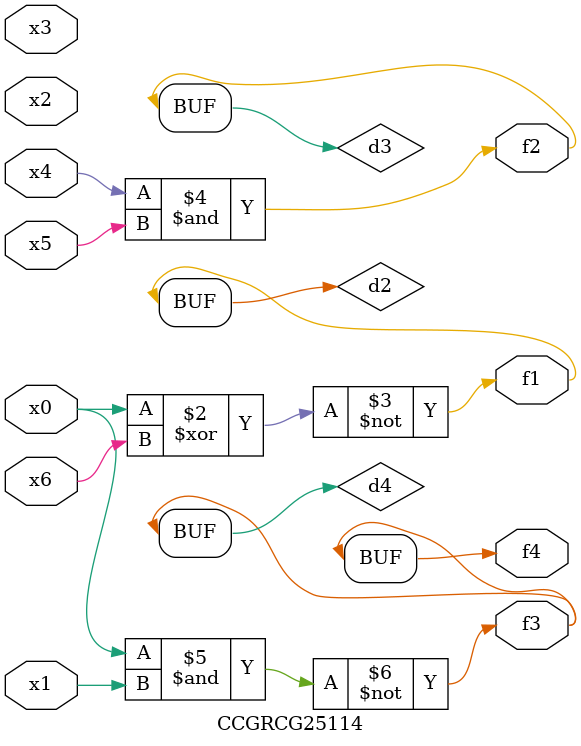
<source format=v>
module CCGRCG25114(
	input x0, x1, x2, x3, x4, x5, x6,
	output f1, f2, f3, f4
);

	wire d1, d2, d3, d4;

	nor (d1, x0);
	xnor (d2, x0, x6);
	and (d3, x4, x5);
	nand (d4, x0, x1);
	assign f1 = d2;
	assign f2 = d3;
	assign f3 = d4;
	assign f4 = d4;
endmodule

</source>
